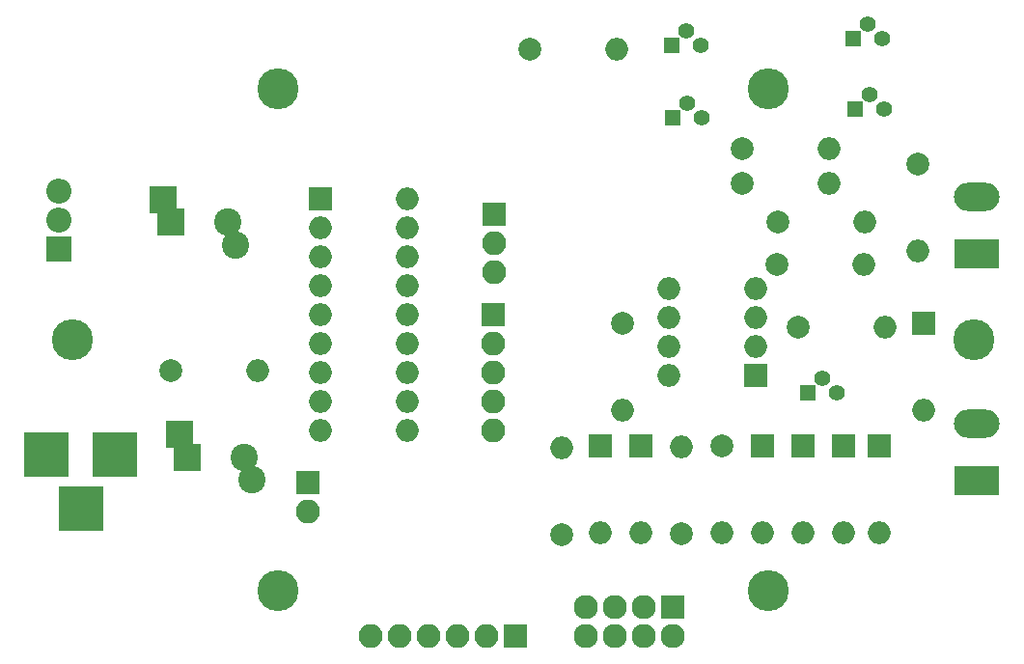
<source format=gbs>
G04 #@! TF.FileFunction,Soldermask,Bot*
%FSLAX46Y46*%
G04 Gerber Fmt 4.6, Leading zero omitted, Abs format (unit mm)*
G04 Created by KiCad (PCBNEW 4.0.5) date 2017 June 19, Monday 17:21:09*
%MOMM*%
%LPD*%
G01*
G04 APERTURE LIST*
%ADD10C,0.100000*%
%ADD11C,3.600000*%
%ADD12R,2.000000X2.000000*%
%ADD13O,2.000000X2.000000*%
%ADD14R,2.100000X2.100000*%
%ADD15O,2.100000X2.100000*%
%ADD16R,2.127200X2.127200*%
%ADD17O,2.127200X2.127200*%
%ADD18C,1.400000*%
%ADD19R,1.400000X1.400000*%
%ADD20C,2.000000*%
%ADD21R,2.200000X2.200000*%
%ADD22O,2.200000X2.200000*%
%ADD23R,2.400000X2.400000*%
%ADD24C,2.400000*%
%ADD25R,3.900000X3.900000*%
%ADD26R,4.000000X2.500000*%
%ADD27O,4.000000X2.500000*%
G04 APERTURE END LIST*
D10*
D11*
X125500000Y-80000000D03*
X107500000Y-102000000D03*
X107500000Y-58000000D03*
X64500000Y-102000000D03*
X64500000Y-58000000D03*
D12*
X110550000Y-89350000D03*
D13*
X110550000Y-96970000D03*
D12*
X114100000Y-89350000D03*
D13*
X114100000Y-96970000D03*
D12*
X117200000Y-89300000D03*
D13*
X117200000Y-96920000D03*
D12*
X121100000Y-78600000D03*
D13*
X121100000Y-86220000D03*
D12*
X107000000Y-89350000D03*
D13*
X107000000Y-96970000D03*
D12*
X96350000Y-89350000D03*
D13*
X96350000Y-96970000D03*
D12*
X92800000Y-89350000D03*
D13*
X92800000Y-96970000D03*
D14*
X83400000Y-77840000D03*
D15*
X83400000Y-80380000D03*
X83400000Y-82920000D03*
X83400000Y-85460000D03*
X83400000Y-88000000D03*
D14*
X83500000Y-69020000D03*
D15*
X83500000Y-71560000D03*
X83500000Y-74100000D03*
D16*
X99100000Y-103460000D03*
D17*
X99100000Y-106000000D03*
X96560000Y-103460000D03*
X96560000Y-106000000D03*
X94020000Y-103460000D03*
X94020000Y-106000000D03*
X91480000Y-103460000D03*
X91480000Y-106000000D03*
D14*
X85340000Y-106000000D03*
D15*
X82800000Y-106000000D03*
X80260000Y-106000000D03*
X77720000Y-106000000D03*
X75180000Y-106000000D03*
X72640000Y-106000000D03*
D18*
X112270000Y-83430000D03*
X113540000Y-84700000D03*
D19*
X111000000Y-84700000D03*
D18*
X116200000Y-52300000D03*
X117470000Y-53570000D03*
D19*
X114930000Y-53570000D03*
D18*
X116400000Y-58500000D03*
X117670000Y-59770000D03*
D19*
X115130000Y-59770000D03*
D18*
X100330000Y-52930000D03*
X101600000Y-54200000D03*
D19*
X99060000Y-54200000D03*
D18*
X100400000Y-59300000D03*
X101670000Y-60570000D03*
D19*
X99130000Y-60570000D03*
D20*
X110100000Y-78900000D03*
D13*
X117720000Y-78900000D03*
D20*
X103450000Y-89350000D03*
D13*
X103450000Y-96970000D03*
D20*
X99900000Y-97000000D03*
D13*
X99900000Y-89380000D03*
D20*
X89400000Y-97100000D03*
D13*
X89400000Y-89480000D03*
D20*
X108380000Y-69700000D03*
D13*
X116000000Y-69700000D03*
D20*
X108280000Y-73400000D03*
D13*
X115900000Y-73400000D03*
D20*
X120600000Y-64600000D03*
D13*
X120600000Y-72220000D03*
D20*
X94700000Y-78600000D03*
D13*
X94700000Y-86220000D03*
D20*
X86600000Y-54500000D03*
D13*
X94220000Y-54500000D03*
D20*
X55080000Y-82700000D03*
D13*
X62700000Y-82700000D03*
D20*
X105200000Y-63200000D03*
D13*
X112820000Y-63200000D03*
D20*
X105200000Y-66300000D03*
D13*
X112820000Y-66300000D03*
D12*
X68200000Y-67660000D03*
D13*
X75820000Y-87980000D03*
X68200000Y-70200000D03*
X75820000Y-85440000D03*
X68200000Y-72740000D03*
X75820000Y-82900000D03*
X68200000Y-75280000D03*
X75820000Y-80360000D03*
X68200000Y-77820000D03*
X75820000Y-77820000D03*
X68200000Y-80360000D03*
X75820000Y-75280000D03*
X68200000Y-82900000D03*
X75820000Y-72740000D03*
X68200000Y-85440000D03*
X75820000Y-70200000D03*
X68200000Y-87980000D03*
X75820000Y-67660000D03*
D12*
X106420000Y-83140000D03*
D13*
X98800000Y-75520000D03*
X106420000Y-80600000D03*
X98800000Y-78060000D03*
X106420000Y-78060000D03*
X98800000Y-80600000D03*
X106420000Y-75520000D03*
X98800000Y-83140000D03*
D21*
X45300000Y-72080000D03*
D22*
X45300000Y-69540000D03*
X45300000Y-67000000D03*
D23*
X56500000Y-90300000D03*
D24*
X61500000Y-90300000D03*
D23*
X55827856Y-88300000D03*
D24*
X62172144Y-92300000D03*
D23*
X55100000Y-69700000D03*
D24*
X60100000Y-69700000D03*
D23*
X54427856Y-67700000D03*
D24*
X60772144Y-71700000D03*
D25*
X50200000Y-90100000D03*
X44200000Y-90100000D03*
X47200000Y-94800000D03*
D26*
X125800000Y-92400000D03*
D27*
X125800000Y-87400000D03*
D26*
X125800000Y-72500000D03*
D27*
X125800000Y-67500000D03*
D14*
X67100000Y-92500000D03*
D15*
X67100000Y-95040000D03*
D11*
X46500000Y-80000000D03*
M02*

</source>
